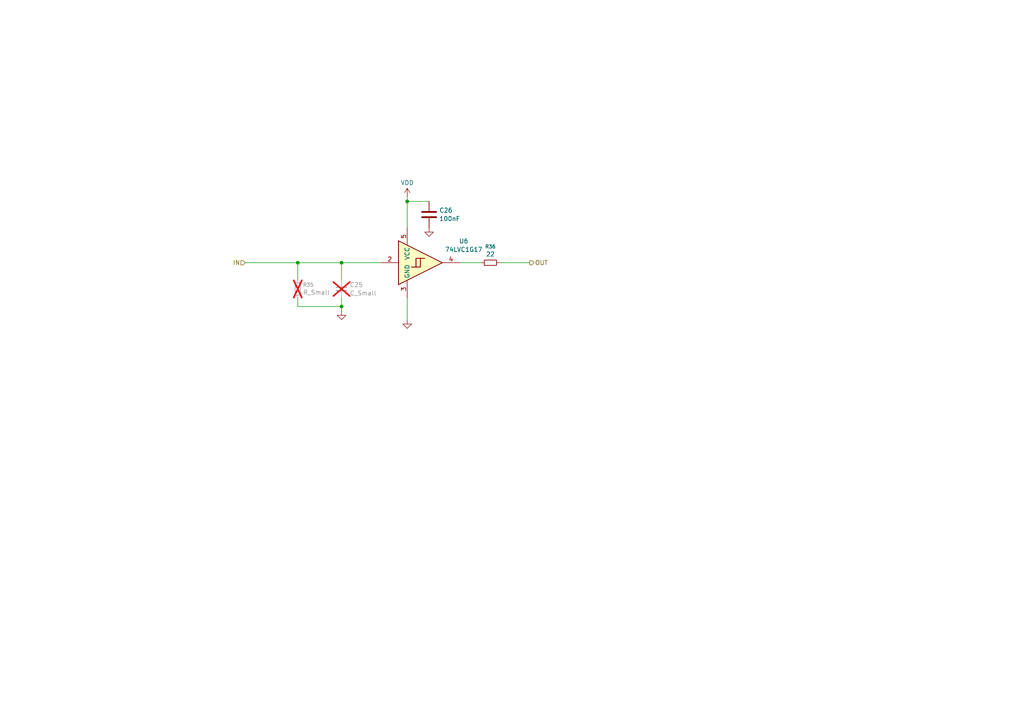
<source format=kicad_sch>
(kicad_sch (version 20250114) (generator "eeschema") (generator_version "9.0")
  (paper "A4")
  (lib_symbols
    (symbol "74xGxx:74LVC1G17"
      (property "Reference" "U" (at 0 3.81 0))
      (property "Value" "74LVC1G17" (at 0 -3.81 0))
      (symbol "74LVC1G17_0_1"
        (polyline (pts (xy -7.62 6.35) (xy -7.62 -6.35) (xy 5.08 0) (xy -7.62 6.35)) (stroke (width 0.254)) (fill (type background)))
        (polyline (pts (xy -3.81 -1.27) (xy -2.54 -1.27) (xy -2.54 1.27) (xy -1.27 1.27)) (stroke (width 0.254)) (fill (type background)))
        (polyline (pts (xy -2.54 -1.27) (xy -1.27 -1.27) (xy -1.27 1.27) (xy 0 1.27)) (stroke (width 0.254)) (fill (type background)))
      )
      (symbol "74LVC1G17_1_1"
        (pin input line (at -12.7 0 0) (length 5.08) (name "~") (number "2"))
        (pin no_connect line (at -7.62 5.08 180) (length 5.08) (hide yes) (name "NC") (number "1"))
        (pin power_in line (at -5.08 10.16 270) (length 5.08) (name "VCC") (number "5"))
        (pin power_in line (at -5.08 -10.16 90) (length 5.08) (name "GND") (number "3"))
        (pin output line (at 10.16 0 180) (length 5.08) (name "~") (number "4"))
      )
    )
    (symbol "Device:C" (pin_numbers (hide yes)) (pin_names (offset 0.254))
      (property "Reference" "C" (at 0.635 2.54 0))
      (property "Value" "C" (at 0.635 -2.54 0))
      (symbol "C_0_1"
        (polyline (pts (xy -2.032 0.762) (xy 2.032 0.762)) (stroke (width 0.508)))
        (polyline (pts (xy -2.032 -0.762) (xy 2.032 -0.762)) (stroke (width 0.508)))
      )
      (symbol "C_1_1"
        (pin passive line (at 0 3.81 270) (length 2.794) (name "~") (number "1"))
        (pin passive line (at 0 -3.81 90) (length 2.794) (name "~") (number "2"))
      )
    )
    (symbol "Device:C_Small" (pin_numbers (hide yes)) (pin_names (offset 0.254) (hide yes))
      (property "Reference" "C" (at 0.254 1.778 0))
      (property "Value" "C_Small" (at 0.254 -2.032 0))
      (symbol "C_Small_0_1"
        (polyline (pts (xy -1.524 0.508) (xy 1.524 0.508)) (stroke (width 0.3048)))
        (polyline (pts (xy -1.524 -0.508) (xy 1.524 -0.508)) (stroke (width 0.3302)))
      )
      (symbol "C_Small_1_1"
        (pin passive line (at 0 2.54 270) (length 2.032) (name "~") (number "1"))
        (pin passive line (at 0 -2.54 90) (length 2.032) (name "~") (number "2"))
      )
    )
    (symbol "Device:R_Small" (pin_numbers (hide yes)) (pin_names (offset 0.254) (hide yes))
      (property "Reference" "R" (at 0 0 90))
      (property "Value" "R_Small" (at 1.778 0 90))
      (symbol "R_Small_0_1"
        (rectangle (start -0.762 1.778) (end 0.762 -1.778) (stroke (width 0.2032)))
      )
      (symbol "R_Small_1_1"
        (pin passive line (at 0 2.54 270) (length 0.762) (name "~") (number "1"))
        (pin passive line (at 0 -2.54 90) (length 0.762) (name "~") (number "2"))
      )
    )
    (symbol "power:GND" (power) (pin_numbers (hide yes)) (pin_names (offset 0) (hide yes))
      (property "Value" "GND" (at 0 -3.81 0))
      (symbol "GND_0_1"
        (polyline (pts (xy 0 0) (xy 0 -1.27) (xy 1.27 -1.27) (xy 0 -2.54) (xy -1.27 -1.27) (xy 0 -1.27)))
      )
      (symbol "GND_1_1"
        (pin power_in line (at 0 0 270) (length 0) (name "~") (number "1"))
      )
    )
    (symbol "power:VDD" (power) (pin_numbers (hide yes)) (pin_names (offset 0) (hide yes))
      (property "Value" "VDD" (at 0 3.556 0))
      (symbol "VDD_0_1"
        (polyline (pts (xy -0.762 1.27) (xy 0 2.54)))
        (polyline (pts (xy 0 2.54) (xy 0.762 1.27)))
        (polyline (pts (xy 0 0) (xy 0 2.54)))
      )
      (symbol "VDD_1_1"
        (pin power_in line (at 0 0 90) (length 0) (name "~") (number "1"))
      )
    )
  )
  (junction (at 99.06 76.2))
  (junction (at 118.11 58.42))
  (junction (at 86.36 76.2))
  (junction (at 99.06 88.9))
  (wire (pts (xy 99.06 88.9) (xy 86.36 88.9)))
  (wire (pts (xy 133.35 76.2) (xy 139.7 76.2)))
  (wire (pts (xy 118.11 58.42) (xy 124.46 58.42)))
  (wire (pts (xy 118.11 86.36) (xy 118.11 92.71)))
  (wire (pts (xy 71.12 76.2) (xy 86.36 76.2)))
  (wire (pts (xy 118.11 57.15) (xy 118.11 58.42)))
  (wire (pts (xy 99.06 76.2) (xy 110.49 76.2)))
  (wire (pts (xy 118.11 58.42) (xy 118.11 66.04)))
  (wire (pts (xy 86.36 76.2) (xy 99.06 76.2)))
  (wire (pts (xy 99.06 86.36) (xy 99.06 88.9)))
  (wire (pts (xy 99.06 90.17) (xy 99.06 88.9)))
  (wire (pts (xy 99.06 76.2) (xy 99.06 81.28)))
  (wire (pts (xy 86.36 76.2) (xy 86.36 81.28)))
  (wire (pts (xy 86.36 86.36) (xy 86.36 88.9)))
  (wire (pts (xy 144.78 76.2) (xy 153.67 76.2)))
  (hierarchical_label "IN" (shape input) (at 71.12 76.2 180))
  (hierarchical_label "OUT" (shape output) (at 153.67 76.2 0))
  (symbol (lib_id "Device:C") (at 124.46 62.23 0) (unit 1)
    (property "Reference" "C26" (at 127.381 61.0178 0) (effects (justify left)))
    (property "Value" "100nF" (at 127.381 63.4421 0) (effects (justify left)))
    (property "Footprint" "Capacitor_SMD:C_0603_1608Metric" (effects (hide yes)))
    (property "Description" "Unpolarized capacitor" (effects (hide yes)))
    (instances (project "nucleo_tdm_breakout1" (path "" (reference "C26") (unit 1)) (path "" (reference "C32") (unit 1)) (path "" (reference "C35") (unit 1))))
  )
  (symbol (lib_id "Device:C_Small") (at 99.06 83.82 0) (unit 1) (dnp yes)
    (property "Reference" "C25" (at 101.3841 82.6141 0) (effects (justify left)))
    (property "Value" "C_Small" (at 101.3841 85.0384 0) (effects (justify left)))
    (property "Footprint" "Capacitor_SMD:C_0603_1608Metric" (effects (hide yes)))
    (property "Description" "Unpolarized capacitor, small symbol" (effects (hide yes)))
    (instances (project "nucleo_tdm_breakout1" (path "" (reference "C25") (unit 1)) (path "" (reference "C31") (unit 1)) (path "" (reference "C34") (unit 1))))
  )
  (symbol (lib_id "Device:R_Small") (at 86.36 83.82 180) (unit 1) (dnp yes)
    (property "Reference" "R35" (at 87.8586 82.6078 0) (effects (font (size 1.016 1.016)) (justify right)))
    (property "Value" "R_Small" (at 87.8586 84.8277 0) (effects (justify right)))
    (property "Footprint" "Resistor_SMD:R_0603_1608Metric" (effects (hide yes)))
    (property "Description" "Resistor, small symbol" (effects (hide yes)))
    (instances (project "nucleo_tdm_breakout1" (path "" (reference "R35") (unit 1)) (path "" (reference "R41") (unit 1)) (path "" (reference "R46") (unit 1))))
  )
  (symbol (lib_id "power:GND") (at 99.06 90.17 0) (unit 1)
    (property "Reference" "#PWR052" (effects (hide yes)))
    (property "Value" "GND" (effects (hide yes)))
    (property "Description" "Power symbol creates a global label with name \"GND\" , ground" (effects (hide yes)))
    (instances (project "nucleo_tdm_breakout1" (path "" (reference "#PWR052") (unit 1)) (path "" (reference "#PWR056") (unit 1)) (path "" (reference "#PWR060") (unit 1))))
  )
  (symbol (lib_id "power:GND") (at 118.11 92.71 0) (unit 1)
    (property "Reference" "#PWR054" (effects (hide yes)))
    (property "Value" "GND" (effects (hide yes)))
    (property "Description" "Power symbol creates a global label with name \"GND\" , ground" (effects (hide yes)))
    (instances (project "nucleo_tdm_breakout1" (path "" (reference "#PWR054") (unit 1)) (path "" (reference "#PWR058") (unit 1)) (path "" (reference "#PWR062") (unit 1))))
  )
  (symbol (lib_id "power:GND") (at 124.46 66.04 0) (unit 1)
    (property "Reference" "#PWR055" (effects (hide yes)))
    (property "Value" "GND" (effects (hide yes)))
    (property "Description" "Power symbol creates a global label with name \"GND\" , ground" (effects (hide yes)))
    (instances (project "nucleo_tdm_breakout1" (path "" (reference "#PWR055") (unit 1)) (path "" (reference "#PWR059") (unit 1)) (path "" (reference "#PWR063") (unit 1))))
  )
  (symbol (lib_id "Device:R_Small") (at 142.24 76.2 90) (unit 1)
    (property "Reference" "R36" (at 142.24 71.5233 90) (effects (font (size 1.016 1.016))))
    (property "Value" "22" (at 142.24 73.7432 90))
    (property "Footprint" "Resistor_SMD:R_0603_1608Metric" (effects (hide yes)))
    (property "Description" "Resistor, small symbol" (effects (hide yes)))
    (instances (project "nucleo_tdm_breakout1" (path "" (reference "R36") (unit 1)) (path "" (reference "R42") (unit 1)) (path "" (reference "R51") (unit 1))))
  )
  (symbol (lib_id "power:VDD") (at 118.11 57.15 0) (unit 1)
    (property "Reference" "#PWR053" (effects (hide yes)))
    (property "Value" "VDD" (at 118.11 53.0169 0))
    (property "Description" "Power symbol creates a global label with name \"VDD\"" (effects (hide yes)))
    (instances (project "nucleo_tdm_breakout1" (path "" (reference "#PWR053") (unit 1)) (path "" (reference "#PWR057") (unit 1)) (path "" (reference "#PWR061") (unit 1))))
  )
  (symbol (lib_id "74xGxx:74LVC1G17") (at 123.19 76.2 0) (unit 1)
    (property "Reference" "U6" (at 134.4953 69.9534 0))
    (property "Value" "74LVC1G17" (at 134.4953 72.3777 0))
    (property "Footprint" "Package_TO_SOT_SMD:SOT-23-5" (effects (hide yes)))
    (property "Datasheet" "https://www.ti.com/lit/ds/symlink/sn74lvc1g17.pdf" (effects (hide yes)))
    (property "Description" "Single Schmitt Buffer Gate, Low-Voltage CMOS" (effects (hide yes)))
    (instances (project "nucleo_tdm_breakout1" (path "" (reference "U6") (unit 1)) (path "" (reference "U7") (unit 1)) (path "" (reference "U9") (unit 1))))
  )
)
</source>
